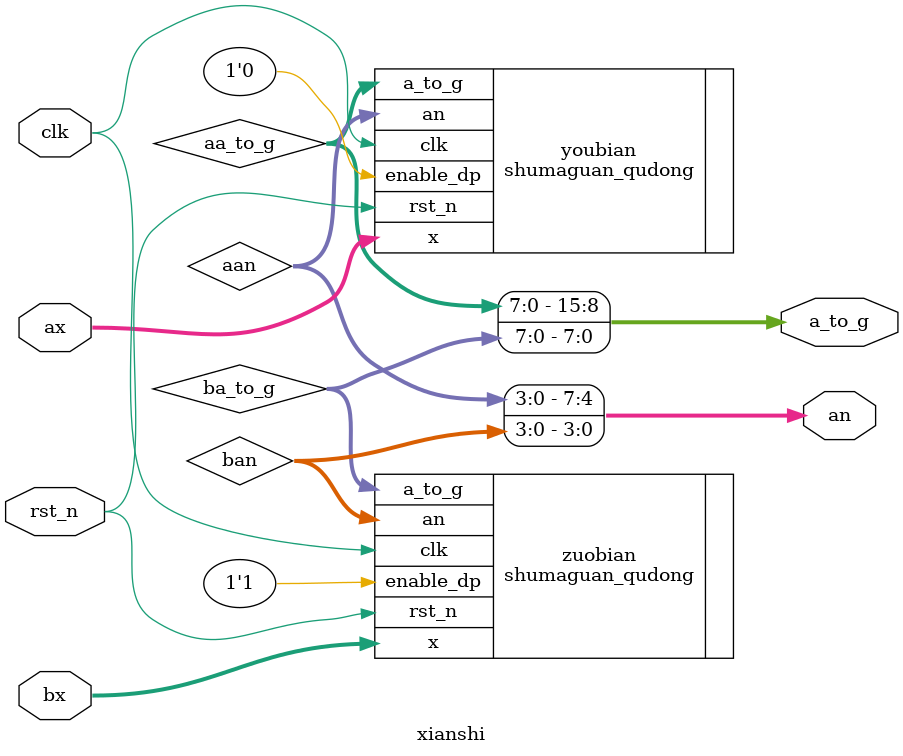
<source format=v>

module xianshi(
input clk,
input rst_n,
//input [31:0] x,      //µÈ´ýÏÔÊ¾µÄBCDÂë
input wire [15:0] ax,
input wire [15:0] bx,
output reg [15:0] a_to_g, //¶ÎÐÅºÅ
output reg [7:0]  an  //Î»Ñ¡ÐÅºÅ
);

wire [7:0]aa_to_g;//=a_to_g[7:0];
wire [7:0]ba_to_g;//=a_to_g[15:8];
wire [3:0]aan;//=an[3:0];
wire [3:0]ban;//=an[7:4];
shumaguan_qudong youbian(
.clk(clk),
.rst_n(rst_n),
.x(ax),      //µÈ´ýÏÔÊ¾µÄBCDÂë
.enable_dp(1'b0),//²»ÆôÓÃÐ¡Êýµã
.a_to_g(aa_to_g), //¶ÎÐÅºÅ
.an(aan)  //Î»Ñ¡ÐÅºÅ
);
shumaguan_qudong zuobian(
.clk(clk),
.rst_n(rst_n),
.x(bx),      //µÈ´ýÏÔÊ¾µÄBCDÂë
.enable_dp(1'b1),//ÆôÓÃÐ¡Êýµã
.a_to_g(ba_to_g), //¶ÎÐÅºÅ
.an(ban)  //Î»Ñ¡ÐÅºÅ
);
always @*
    begin
        a_to_g={aa_to_g,ba_to_g};
        an={aan,ban};
    end
endmodule
</source>
